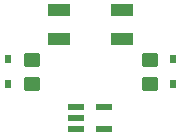
<source format=gbr>
%TF.GenerationSoftware,KiCad,Pcbnew,7.0.5*%
%TF.CreationDate,2024-02-17T16:30:34-06:00*%
%TF.ProjectId,NOTGATE,4e4f5447-4154-4452-9e6b-696361645f70,rev?*%
%TF.SameCoordinates,Original*%
%TF.FileFunction,Paste,Top*%
%TF.FilePolarity,Positive*%
%FSLAX46Y46*%
G04 Gerber Fmt 4.6, Leading zero omitted, Abs format (unit mm)*
G04 Created by KiCad (PCBNEW 7.0.5) date 2024-02-17 16:30:34*
%MOMM*%
%LPD*%
G01*
G04 APERTURE LIST*
G04 Aperture macros list*
%AMRoundRect*
0 Rectangle with rounded corners*
0 $1 Rounding radius*
0 $2 $3 $4 $5 $6 $7 $8 $9 X,Y pos of 4 corners*
0 Add a 4 corners polygon primitive as box body*
4,1,4,$2,$3,$4,$5,$6,$7,$8,$9,$2,$3,0*
0 Add four circle primitives for the rounded corners*
1,1,$1+$1,$2,$3*
1,1,$1+$1,$4,$5*
1,1,$1+$1,$6,$7*
1,1,$1+$1,$8,$9*
0 Add four rect primitives between the rounded corners*
20,1,$1+$1,$2,$3,$4,$5,0*
20,1,$1+$1,$4,$5,$6,$7,0*
20,1,$1+$1,$6,$7,$8,$9,0*
20,1,$1+$1,$8,$9,$2,$3,0*%
G04 Aperture macros list end*
%ADD10RoundRect,0.250000X-0.450000X0.350000X-0.450000X-0.350000X0.450000X-0.350000X0.450000X0.350000X0*%
%ADD11R,0.609600X0.660400*%
%ADD12R,1.875000X1.050000*%
%ADD13R,1.473200X0.558800*%
G04 APERTURE END LIST*
D10*
%TO.C,R3*%
X160000000Y-86500000D03*
X160000000Y-88500000D03*
%TD*%
D11*
%TO.C,LED1*%
X148000000Y-88579500D03*
X148000000Y-86420500D03*
%TD*%
D10*
%TO.C,R1*%
X150000000Y-86500000D03*
X150000000Y-88500000D03*
%TD*%
D11*
%TO.C,LED3*%
X162000000Y-88579500D03*
X162000000Y-86420500D03*
%TD*%
D12*
%TO.C,D1*%
X152337500Y-82250000D03*
X157662500Y-82250000D03*
X152337500Y-84750000D03*
X157662500Y-84750000D03*
%TD*%
D13*
%TO.C,U1*%
X153746200Y-90489999D03*
X153746200Y-91440000D03*
X153746200Y-92390001D03*
X156133800Y-92390001D03*
X156133800Y-90489999D03*
%TD*%
M02*

</source>
